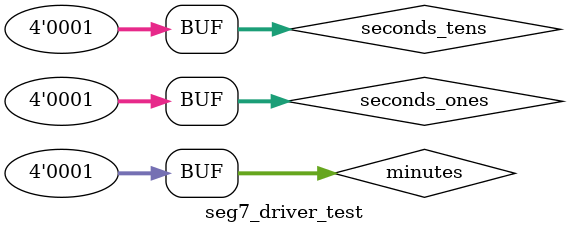
<source format=v>
`include "seg7_driver.v"

module seg7_driver_test();
reg [3:0] seconds_ones, seconds_tens, minutes;
wire [6:0] seconds_ones_out, seconds_tens_out, minutes_out;

seg7_driver dut(seconds_ones, seconds_tens, minutes, seconds_ones_out, seconds_tens_out, minutes_out);

initial begin
    seconds_ones=0; seconds_tens=0; minutes=0;    

	#10 seconds_ones=1; seconds_tens=1; minutes=0;    
	#10 seconds_ones=1; seconds_tens=1; minutes=0;    
	#10 seconds_ones=1; seconds_tens=1; minutes=0;    
	#10 seconds_ones=1; seconds_tens=1; minutes=0;    
	#10 seconds_ones=1; seconds_tens=1; minutes=1;    
	#10 seconds_ones=1; seconds_tens=1; minutes=1;    
	#10 seconds_ones=1; seconds_tens=1; minutes=1;    
	#10 seconds_ones=1; seconds_tens=1; minutes=1;
end

initial begin
    $dumpfile("seg7_driver.vcd");
    $dumpvars(0, seg7_driver_test);
end

endmodule
</source>
